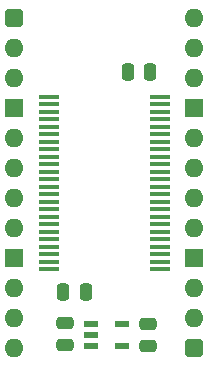
<source format=gts>
%TF.GenerationSoftware,KiCad,Pcbnew,8.0.3*%
%TF.CreationDate,2024-07-04T18:09:40+02:00*%
%TF.ProjectId,SD Card Write Data,53442043-6172-4642-9057-726974652044,V0*%
%TF.SameCoordinates,PX54c81a0PY37b6b20*%
%TF.FileFunction,Soldermask,Top*%
%TF.FilePolarity,Negative*%
%FSLAX46Y46*%
G04 Gerber Fmt 4.6, Leading zero omitted, Abs format (unit mm)*
G04 Created by KiCad (PCBNEW 8.0.3) date 2024-07-04 18:09:40*
%MOMM*%
%LPD*%
G01*
G04 APERTURE LIST*
G04 Aperture macros list*
%AMRoundRect*
0 Rectangle with rounded corners*
0 $1 Rounding radius*
0 $2 $3 $4 $5 $6 $7 $8 $9 X,Y pos of 4 corners*
0 Add a 4 corners polygon primitive as box body*
4,1,4,$2,$3,$4,$5,$6,$7,$8,$9,$2,$3,0*
0 Add four circle primitives for the rounded corners*
1,1,$1+$1,$2,$3*
1,1,$1+$1,$4,$5*
1,1,$1+$1,$6,$7*
1,1,$1+$1,$8,$9*
0 Add four rect primitives between the rounded corners*
20,1,$1+$1,$2,$3,$4,$5,0*
20,1,$1+$1,$4,$5,$6,$7,0*
20,1,$1+$1,$6,$7,$8,$9,0*
20,1,$1+$1,$8,$9,$2,$3,0*%
G04 Aperture macros list end*
%ADD10RoundRect,0.250000X-0.250000X-0.475000X0.250000X-0.475000X0.250000X0.475000X-0.250000X0.475000X0*%
%ADD11RoundRect,0.250000X0.250000X0.475000X-0.250000X0.475000X-0.250000X-0.475000X0.250000X-0.475000X0*%
%ADD12RoundRect,0.400000X-0.400000X-0.400000X0.400000X-0.400000X0.400000X0.400000X-0.400000X0.400000X0*%
%ADD13O,1.600000X1.600000*%
%ADD14R,1.600000X1.600000*%
%ADD15RoundRect,0.250000X0.475000X-0.250000X0.475000X0.250000X-0.475000X0.250000X-0.475000X-0.250000X0*%
%ADD16R,1.150000X0.600000*%
%ADD17R,1.800000X0.430000*%
G04 APERTURE END LIST*
D10*
%TO.C,C1*%
X4146000Y-23241000D03*
X6046000Y-23241000D03*
%TD*%
D11*
%TO.C,C4*%
X11475000Y-4572000D03*
X9575000Y-4572000D03*
%TD*%
D12*
%TO.C,J1*%
X0Y0D03*
D13*
X0Y-2540000D03*
X0Y-5080000D03*
D14*
X0Y-7620000D03*
D13*
X0Y-10160000D03*
X0Y-12700000D03*
X0Y-15240000D03*
X0Y-17780000D03*
D14*
X0Y-20320000D03*
D13*
X0Y-22860000D03*
X0Y-25400000D03*
X0Y-27940000D03*
D12*
X15240000Y-27940000D03*
D13*
X15240000Y-25400000D03*
X15240000Y-22860000D03*
D14*
X15240000Y-20320000D03*
D13*
X15240000Y-17780000D03*
X15240000Y-15240000D03*
X15240000Y-12700000D03*
X15240000Y-10160000D03*
D14*
X15240000Y-7620000D03*
D13*
X15240000Y-5080000D03*
X15240000Y-2540000D03*
X15240000Y0D03*
%TD*%
D15*
%TO.C,C11*%
X11333000Y-27792000D03*
X11333000Y-25892000D03*
%TD*%
D16*
%TO.C,IC1*%
X6477000Y-25908000D03*
X6477000Y-26858000D03*
X6477000Y-27808000D03*
X9077000Y-27808000D03*
X9077000Y-25908000D03*
%TD*%
D17*
%TO.C,IC3*%
X12320000Y-21270766D03*
X12320000Y-20636766D03*
X12320000Y-20000766D03*
X12319999Y-19366766D03*
X12319999Y-18730766D03*
X12320000Y-18096766D03*
X12320000Y-17460766D03*
X12320000Y-16826766D03*
X12320000Y-16190766D03*
X12319999Y-15556766D03*
X12320000Y-14920766D03*
X12320000Y-14286766D03*
X12320000Y-13650766D03*
X12320000Y-13016766D03*
X12319999Y-12380766D03*
X12320000Y-11746766D03*
X12320000Y-11110766D03*
X12320000Y-10476766D03*
X12320000Y-9840766D03*
X12319999Y-9206766D03*
X12319999Y-8570766D03*
X12320000Y-7936766D03*
X12320000Y-7300766D03*
X12320000Y-6666766D03*
X2920000Y-6666766D03*
X2920000Y-7300766D03*
X2920000Y-7936766D03*
X2920001Y-8570766D03*
X2920001Y-9206766D03*
X2920000Y-9840766D03*
X2920000Y-10476766D03*
X2920000Y-11110766D03*
X2920000Y-11746766D03*
X2920001Y-12380766D03*
X2920000Y-13016766D03*
X2920000Y-13650766D03*
X2920000Y-14286766D03*
X2920000Y-14920766D03*
X2920001Y-15556766D03*
X2920000Y-16190766D03*
X2920000Y-16826766D03*
X2920000Y-17460766D03*
X2920000Y-18096766D03*
X2920001Y-18730766D03*
X2920001Y-19366766D03*
X2920000Y-20000766D03*
X2920000Y-20636766D03*
X2920000Y-21270766D03*
%TD*%
D15*
%TO.C,C10*%
X4259000Y-27742000D03*
X4259000Y-25842000D03*
%TD*%
M02*

</source>
